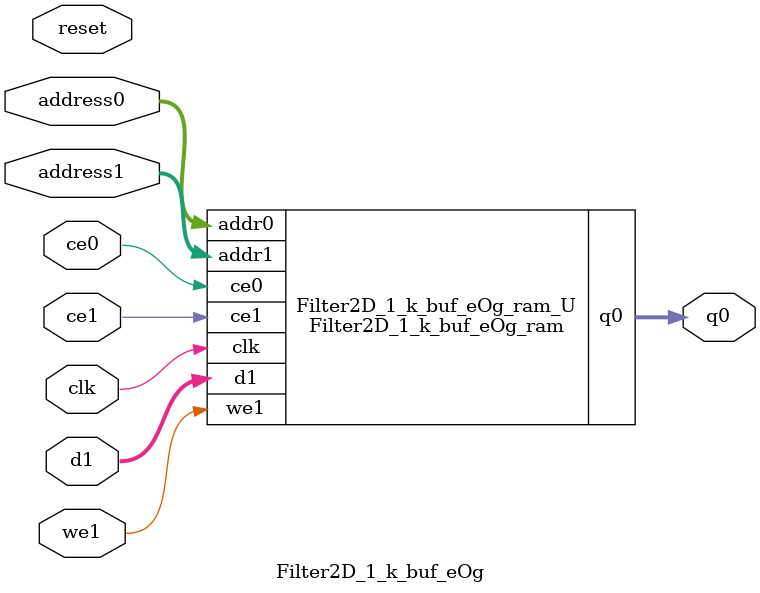
<source format=v>

`timescale 1 ns / 1 ps
module Filter2D_1_k_buf_eOg_ram (addr0, ce0, q0, addr1, ce1, d1, we1,  clk);

parameter DWIDTH = 8;
parameter AWIDTH = 11;
parameter MEM_SIZE = 1280;

input[AWIDTH-1:0] addr0;
input ce0;
output reg[DWIDTH-1:0] q0;
input[AWIDTH-1:0] addr1;
input ce1;
input[DWIDTH-1:0] d1;
input we1;
input clk;

(* ram_style = "block" *)reg [DWIDTH-1:0] ram[0:MEM_SIZE-1];




always @(posedge clk)  
begin 
    if (ce0) 
    begin
            q0 <= ram[addr0];
    end
end


always @(posedge clk)  
begin 
    if (ce1) 
    begin
        if (we1) 
        begin 
            ram[addr1] <= d1; 
        end 
    end
end


endmodule


`timescale 1 ns / 1 ps
module Filter2D_1_k_buf_eOg(
    reset,
    clk,
    address0,
    ce0,
    q0,
    address1,
    ce1,
    we1,
    d1);

parameter DataWidth = 32'd8;
parameter AddressRange = 32'd1280;
parameter AddressWidth = 32'd11;
input reset;
input clk;
input[AddressWidth - 1:0] address0;
input ce0;
output[DataWidth - 1:0] q0;
input[AddressWidth - 1:0] address1;
input ce1;
input we1;
input[DataWidth - 1:0] d1;



Filter2D_1_k_buf_eOg_ram Filter2D_1_k_buf_eOg_ram_U(
    .clk( clk ),
    .addr0( address0 ),
    .ce0( ce0 ),
    .q0( q0 ),
    .addr1( address1 ),
    .ce1( ce1 ),
    .we1( we1 ),
    .d1( d1 ));

endmodule


</source>
